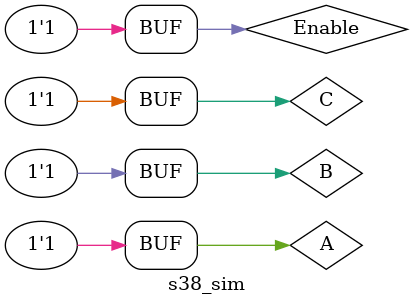
<source format=v>
`timescale 1ns / 1ps


module s38_sim(   );
 //input
    
    reg C = 0,B = 0 ,A = 0 ,Enable = 1;
    //output
    wire y0,y1,y2,y3,y4,y5,y6,y7;
    
    //instantiate the Unit under test
    s_38  uut(
        .C(C),
        .B(B),
        .A(A),
        .Enable(Enable),
        .Y0(y0),
        .Y1(y1),
        .Y2(y2),
        .Y3(y3),
        .Y4(y4),
        .Y5(y5),
        .Y6(y6),
        .Y7(y7)
    );
    
    initial begin
         #5 C = 0; B = 0; A = 1;
         #5 C = 0; B = 1; A = 0;
         #5 C = 0; B = 1; A = 1;
         #5 C = 1; B = 0; A = 0;
         #5 C = 1; B = 0; A = 1;
         #5 C = 1; B = 1; A = 0;
         #5 C = 1; B = 1; A = 1;
          
    end
  
endmodule


</source>
